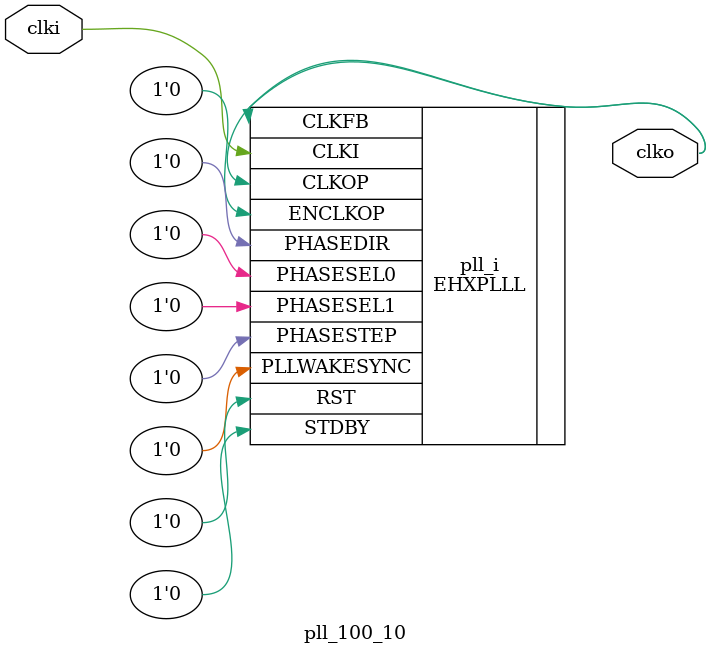
<source format=v>
module chip_top(
	input        clkin,
	input        uart_rx,
	output       uart_tx,
	output [7:0] led,
);
	wire clock;

	pll_100_10 pll(
		.clki(clkin),
		.clko(clock)
	);

	reg [6:0] reset_cnt = 0;
	wire reset = !(&reset_cnt);
	always @(posedge clock)
		reset_cnt <= reset_cnt + reset;

	TestHarness soc(
		.uart_rx(uart_rx),
		.uart_tx(uart_tx),
		.led(~led),
		.clock(clock),
		.reset(reset),
		.io_success() // ignored
	);
endmodule // chip_top

// divide input clock 'clki' (100 MHz) by ten
module pll_100_10(
	input  clki,
	output clko,
);
	(* ICP_CURRENT="12" *)
	(* LPF_RESISTOR="8" *)
	(* MFG_ENABLE_FILTEROPAMP="1" *)
	(* MFG_GMCREF_SEL="2" *)
	EHXPLLL #(
		.CLKI_DIV(10),
		.CLKOP_DIV(12),
		.CLKOP_CPHASE(11),
	) pll_i (
		.CLKI(clki),
		.CLKFB(clko),
		.PHASESEL1(1'b0),
		.PHASESEL0(1'b0),
		.PHASEDIR(1'b0),
		.PHASESTEP(1'b0),
		.STDBY(1'b0),
		.PLLWAKESYNC(1'b0),
		.RST(1'b0),
		.ENCLKOP(1'b0),
		.CLKOP(clko),
	);
endmodule // pll_100_10

</source>
